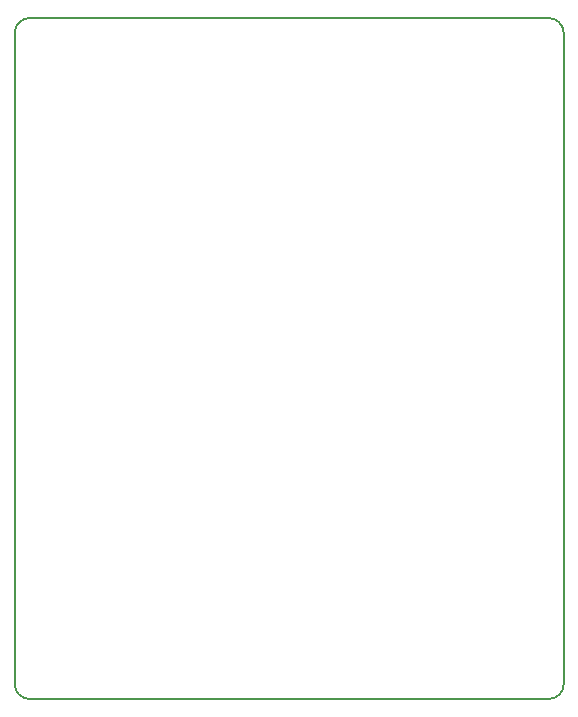
<source format=gm1>
G04 #@! TF.GenerationSoftware,KiCad,Pcbnew,5.0.2-bee76a0~70~ubuntu18.04.1*
G04 #@! TF.CreationDate,2019-03-24T19:46:42+10:00*
G04 #@! TF.ProjectId,esp32_rs232_adapter,65737033-325f-4727-9332-33325f616461,rev?*
G04 #@! TF.SameCoordinates,Original*
G04 #@! TF.FileFunction,Profile,NP*
%FSLAX46Y46*%
G04 Gerber Fmt 4.6, Leading zero omitted, Abs format (unit mm)*
G04 Created by KiCad (PCBNEW 5.0.2-bee76a0~70~ubuntu18.04.1) date Sun 24 Mar 2019 19:46:42 AEST*
%MOMM*%
%LPD*%
G01*
G04 APERTURE LIST*
%ADD10C,0.150000*%
G04 APERTURE END LIST*
D10*
X133096000Y-137160000D02*
G75*
G02X131826000Y-135890000I0J1270000D01*
G01*
X178308000Y-135890000D02*
G75*
G02X177038000Y-137160000I-1270000J0D01*
G01*
X177038000Y-79502000D02*
G75*
G02X178308000Y-80772000I0J-1270000D01*
G01*
X131826000Y-80772000D02*
G75*
G02X133096000Y-79502000I1270000J0D01*
G01*
X178308000Y-135890000D02*
X178308000Y-80772000D01*
X133096000Y-137160000D02*
X177038000Y-137160000D01*
X131826000Y-80772000D02*
X131826000Y-135890000D01*
X177038000Y-79502000D02*
X133096000Y-79502000D01*
M02*

</source>
